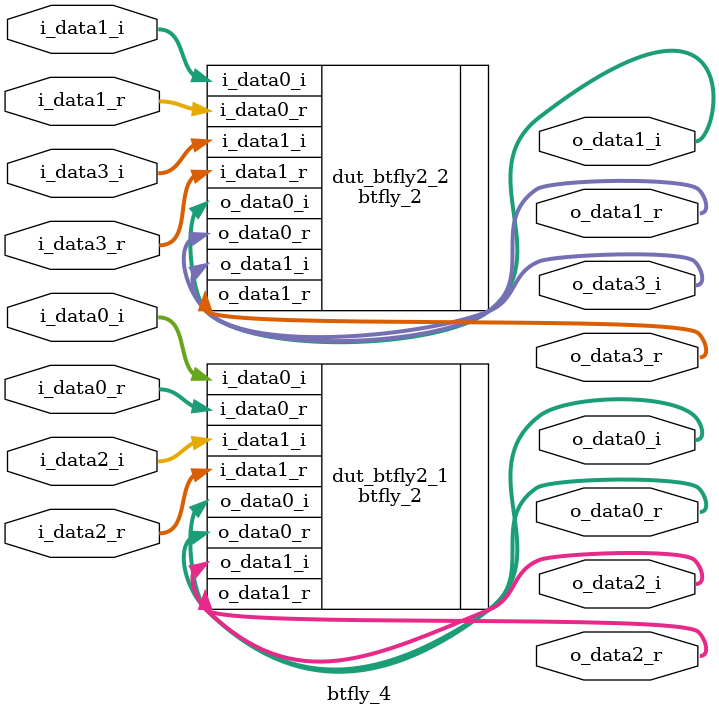
<source format=v>
module btfly_4 #(
    parameter NB_INPUT  = 8,
    parameter NB_OUTPUT = 9
) (
    input signed [NB_INPUT - 1 : 0] i_data0_r,
    input signed [NB_INPUT - 1 : 0] i_data1_r,
    input signed [NB_INPUT - 1 : 0] i_data2_r,
    input signed [NB_INPUT - 1 : 0] i_data3_r,

    input signed [NB_INPUT - 1 : 0] i_data0_i,
    input signed [NB_INPUT - 1 : 0] i_data1_i,
    input signed [NB_INPUT - 1 : 0] i_data2_i,
    input signed [NB_INPUT - 1 : 0] i_data3_i,

    // OUTPUT
    output signed [NB_OUTPUT - 1 : 0] o_data0_r,
    output signed [NB_OUTPUT - 1 : 0] o_data1_r,
    output signed [NB_OUTPUT - 1 : 0] o_data2_r,
    output signed [NB_OUTPUT - 1 : 0] o_data3_r,

    output signed [NB_OUTPUT - 1 : 0] o_data0_i,
    output signed [NB_OUTPUT - 1 : 0] o_data1_i,
    output signed [NB_OUTPUT - 1 : 0] o_data2_i,
    output signed [NB_OUTPUT - 1 : 0] o_data3_i
);

  /////////////////////////////////////////////////////////////////
  // MODULES
  /////////////////////////////////////////////////////////////////

  btfly_2 #(
      .NB_INPUT (NB_INPUT),
      .NB_OUTPUT(NB_OUTPUT)
  ) dut_btfly2_1 (  // BUT 0-2
      .i_data0_r(i_data0_r),
      .i_data1_r(i_data2_r),

      .i_data0_i(i_data0_i),
      .i_data1_i(i_data2_i),

      .o_data0_r(o_data0_r),
      .o_data1_r(o_data2_r),

      .o_data0_i(o_data0_i),
      .o_data1_i(o_data2_i)
  );

  btfly_2 #(
      .NB_INPUT (NB_INPUT),
      .NB_OUTPUT(NB_OUTPUT)
  ) dut_btfly2_2 (  // BUT 1-3
      .i_data0_r(i_data1_r),
      .i_data1_r(i_data3_r),

      .i_data0_i(i_data1_i),
      .i_data1_i(i_data3_i),

      .o_data0_r(o_data1_r),
      .o_data1_r(o_data3_r),

      .o_data0_i(o_data1_i),
      .o_data1_i(o_data3_i)
  );


endmodule

</source>
